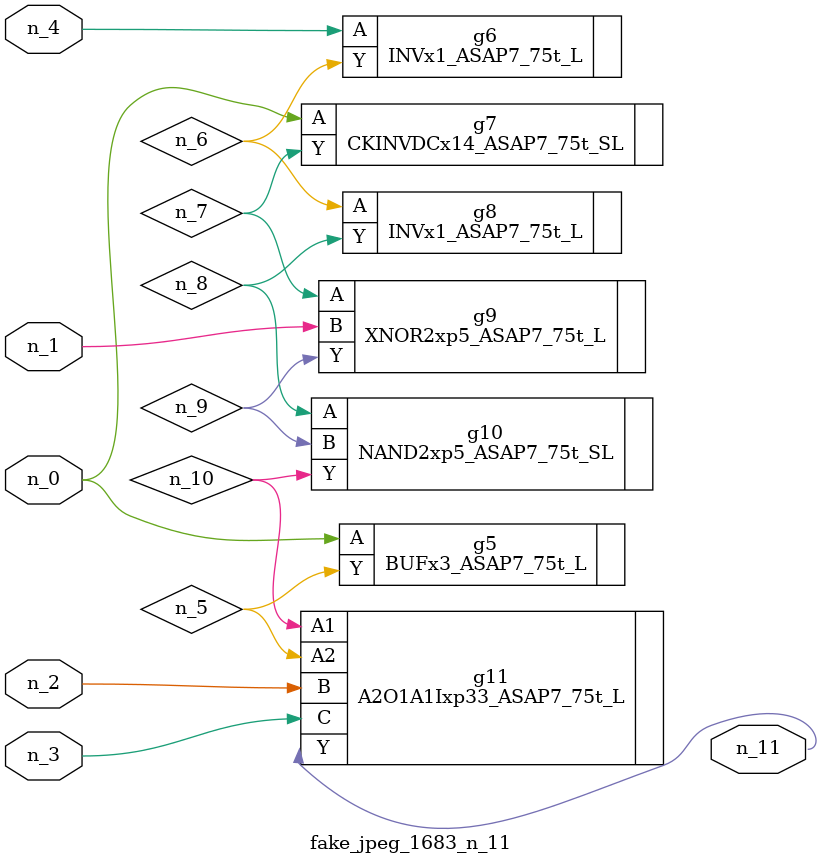
<source format=v>
module fake_jpeg_1683_n_11 (n_3, n_2, n_1, n_0, n_4, n_11);

input n_3;
input n_2;
input n_1;
input n_0;
input n_4;

output n_11;

wire n_10;
wire n_8;
wire n_9;
wire n_6;
wire n_5;
wire n_7;

BUFx3_ASAP7_75t_L g5 ( 
.A(n_0),
.Y(n_5)
);

INVx1_ASAP7_75t_L g6 ( 
.A(n_4),
.Y(n_6)
);

CKINVDCx14_ASAP7_75t_SL g7 ( 
.A(n_0),
.Y(n_7)
);

INVx1_ASAP7_75t_L g8 ( 
.A(n_6),
.Y(n_8)
);

NAND2xp5_ASAP7_75t_SL g10 ( 
.A(n_8),
.B(n_9),
.Y(n_10)
);

XNOR2xp5_ASAP7_75t_L g9 ( 
.A(n_7),
.B(n_1),
.Y(n_9)
);

A2O1A1Ixp33_ASAP7_75t_L g11 ( 
.A1(n_10),
.A2(n_5),
.B(n_2),
.C(n_3),
.Y(n_11)
);


endmodule
</source>
